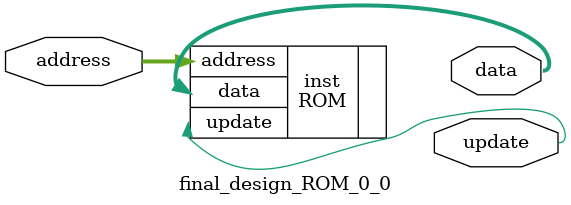
<source format=v>



// IP VLNV: xilinx.com:module_ref:ROM:1.0
// IP Revision: 1

`timescale 1ns/1ps

(* IP_DEFINITION_SOURCE = "module_ref" *)
(* DowngradeIPIdentifiedWarnings = "yes" *)
module final_design_ROM_0_0 (
  address,
  data,
  update
);

input wire [4 : 0] address;
output wire [3 : 0] data;
output wire update;

  ROM inst (
    .address(address),
    .data(data),
    .update(update)
  );
endmodule

</source>
